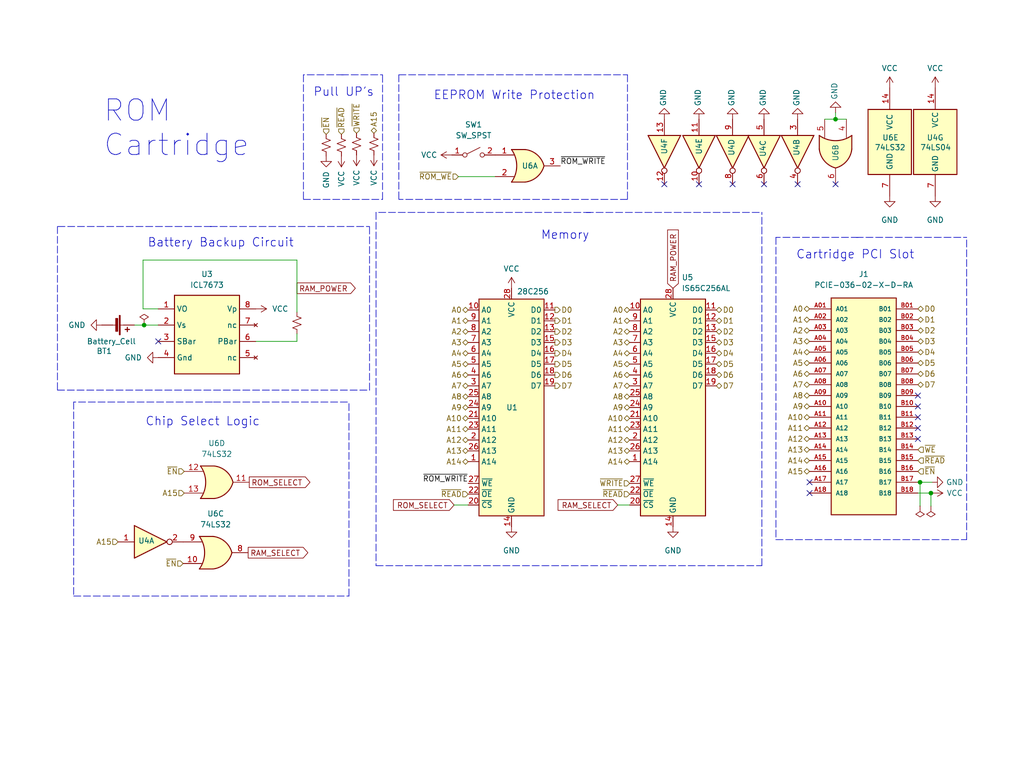
<source format=kicad_sch>
(kicad_sch (version 20211123) (generator eeschema)
  (paper "User" 240.005 180.01)
  (title_block (title "Programable ROM/RAM Cartridge w/ Battery Backup") (date "2022-01-11") (rev "3") (company "theWIckedWebDev/8-bit-dev"))
  (lib_symbols
    (symbol "74xx:74LS04"
      (property "Reference" "U" (at 0 1.27 0))
      (property "Value" "74LS04" (at 0 -1.27 0))
      (symbol "74LS04_1_0"
        (polyline (pts (xy -3.81 3.81) (xy -3.81 -3.81) (xy 3.81 0) (xy -3.81 3.81)) (stroke (width 0.254)) (fill (type background)))
        (pin input line (at -7.62 0 0) (length 3.81) (name "~") (number "1"))
        (pin output inverted (at 7.62 0 180) (length 3.81) (name "~") (number "2"))
      )
      (symbol "74LS04_2_0"
        (polyline (pts (xy -3.81 3.81) (xy -3.81 -3.81) (xy 3.81 0) (xy -3.81 3.81)) (stroke (width 0.254)) (fill (type background)))
        (pin input line (at -7.62 0 0) (length 3.81) (name "~") (number "3"))
        (pin output inverted (at 7.62 0 180) (length 3.81) (name "~") (number "4"))
      )
      (symbol "74LS04_3_0"
        (polyline (pts (xy -3.81 3.81) (xy -3.81 -3.81) (xy 3.81 0) (xy -3.81 3.81)) (stroke (width 0.254)) (fill (type background)))
        (pin input line (at -7.62 0 0) (length 3.81) (name "~") (number "5"))
        (pin output inverted (at 7.62 0 180) (length 3.81) (name "~") (number "6"))
      )
      (symbol "74LS04_4_0"
        (polyline (pts (xy -3.81 3.81) (xy -3.81 -3.81) (xy 3.81 0) (xy -3.81 3.81)) (stroke (width 0.254)) (fill (type background)))
        (pin output inverted (at 7.62 0 180) (length 3.81) (name "~") (number "8"))
        (pin input line (at -7.62 0 0) (length 3.81) (name "~") (number "9"))
      )
      (symbol "74LS04_5_0"
        (polyline (pts (xy -3.81 3.81) (xy -3.81 -3.81) (xy 3.81 0) (xy -3.81 3.81)) (stroke (width 0.254)) (fill (type background)))
        (pin output inverted (at 7.62 0 180) (length 3.81) (name "~") (number "10"))
        (pin input line (at -7.62 0 0) (length 3.81) (name "~") (number "11"))
      )
      (symbol "74LS04_6_0"
        (polyline (pts (xy -3.81 3.81) (xy -3.81 -3.81) (xy 3.81 0) (xy -3.81 3.81)) (stroke (width 0.254)) (fill (type background)))
        (pin output inverted (at 7.62 0 180) (length 3.81) (name "~") (number "12"))
        (pin input line (at -7.62 0 0) (length 3.81) (name "~") (number "13"))
      )
      (symbol "74LS04_7_0"
        (pin power_in line (at 0 12.7 270) (length 5.08) (name "VCC") (number "14"))
        (pin power_in line (at 0 -12.7 90) (length 5.08) (name "GND") (number "7"))
      )
      (symbol "74LS04_7_1"
        (rectangle (start -5.08 7.62) (end 5.08 -7.62) (stroke (width 0.254)) (fill (type background)))
      )
    )
    (symbol "74xx:74LS32" (pin_names (offset 1.016))
      (property "Reference" "U" (at 0 1.27 0))
      (property "Value" "74LS32" (at 0 -1.27 0))
      (symbol "74LS32_1_1"
        (arc (start -3.81 -3.81) (mid -2.589 0) (end -3.81 3.81) (stroke (width 0.254)))
        (arc (start -0.6096 -3.81) (mid 2.1855 -2.584) (end 3.81 0) (stroke (width 0.254)) (fill (type background)))
        (polyline (pts (xy -3.81 -3.81) (xy -0.635 -3.81)) (stroke (width 0.254)) (fill (type background)))
        (polyline (pts (xy -3.81 3.81) (xy -0.635 3.81)) (stroke (width 0.254)) (fill (type background)))
        (polyline (pts (xy -0.635 3.81) (xy -3.81 3.81) (xy -3.81 3.81) (xy -3.556 3.4036) (xy -3.0226 2.2606) (xy -2.6924 1.0414) (xy -2.6162 -0.254) (xy -2.7686 -1.4986) (xy -3.175 -2.7178) (xy -3.81 -3.81) (xy -3.81 -3.81) (xy -0.635 -3.81)) (stroke (width -25.4)) (fill (type background)))
        (arc (start 3.81 0) (mid 2.1928 2.5925) (end -0.6096 3.81) (stroke (width 0.254)) (fill (type background)))
        (pin input line (at -7.62 2.54 0) (length 4.318) (name "~") (number "1"))
        (pin input line (at -7.62 -2.54 0) (length 4.318) (name "~") (number "2"))
        (pin output line (at 7.62 0 180) (length 3.81) (name "~") (number "3"))
      )
      (symbol "74LS32_1_2"
        (arc (start 0 -3.81) (mid 3.81 0) (end 0 3.81) (stroke (width 0.254)) (fill (type background)))
        (polyline (pts (xy 0 3.81) (xy -3.81 3.81) (xy -3.81 -3.81) (xy 0 -3.81)) (stroke (width 0.254)) (fill (type background)))
        (pin input inverted (at -7.62 2.54 0) (length 3.81) (name "~") (number "1"))
        (pin input inverted (at -7.62 -2.54 0) (length 3.81) (name "~") (number "2"))
        (pin output inverted (at 7.62 0 180) (length 3.81) (name "~") (number "3"))
      )
      (symbol "74LS32_2_1"
        (arc (start -3.81 -3.81) (mid -2.589 0) (end -3.81 3.81) (stroke (width 0.254)))
        (arc (start -0.6096 -3.81) (mid 2.1855 -2.584) (end 3.81 0) (stroke (width 0.254)) (fill (type background)))
        (polyline (pts (xy -3.81 -3.81) (xy -0.635 -3.81)) (stroke (width 0.254)) (fill (type background)))
        (polyline (pts (xy -3.81 3.81) (xy -0.635 3.81)) (stroke (width 0.254)) (fill (type background)))
        (polyline (pts (xy -0.635 3.81) (xy -3.81 3.81) (xy -3.81 3.81) (xy -3.556 3.4036) (xy -3.0226 2.2606) (xy -2.6924 1.0414) (xy -2.6162 -0.254) (xy -2.7686 -1.4986) (xy -3.175 -2.7178) (xy -3.81 -3.81) (xy -3.81 -3.81) (xy -0.635 -3.81)) (stroke (width -25.4)) (fill (type background)))
        (arc (start 3.81 0) (mid 2.1928 2.5925) (end -0.6096 3.81) (stroke (width 0.254)) (fill (type background)))
        (pin input line (at -7.62 2.54 0) (length 4.318) (name "~") (number "4"))
        (pin input line (at -7.62 -2.54 0) (length 4.318) (name "~") (number "5"))
        (pin output line (at 7.62 0 180) (length 3.81) (name "~") (number "6"))
      )
      (symbol "74LS32_2_2"
        (arc (start 0 -3.81) (mid 3.81 0) (end 0 3.81) (stroke (width 0.254)) (fill (type background)))
        (polyline (pts (xy 0 3.81) (xy -3.81 3.81) (xy -3.81 -3.81) (xy 0 -3.81)) (stroke (width 0.254)) (fill (type background)))
        (pin input inverted (at -7.62 2.54 0) (length 3.81) (name "~") (number "4"))
        (pin input inverted (at -7.62 -2.54 0) (length 3.81) (name "~") (number "5"))
        (pin output inverted (at 7.62 0 180) (length 3.81) (name "~") (number "6"))
      )
      (symbol "74LS32_3_1"
        (arc (start -3.81 -3.81) (mid -2.589 0) (end -3.81 3.81) (stroke (width 0.254)))
        (arc (start -0.6096 -3.81) (mid 2.1855 -2.584) (end 3.81 0) (stroke (width 0.254)) (fill (type background)))
        (polyline (pts (xy -3.81 -3.81) (xy -0.635 -3.81)) (stroke (width 0.254)) (fill (type background)))
        (polyline (pts (xy -3.81 3.81) (xy -0.635 3.81)) (stroke (width 0.254)) (fill (type background)))
        (polyline (pts (xy -0.635 3.81) (xy -3.81 3.81) (xy -3.81 3.81) (xy -3.556 3.4036) (xy -3.0226 2.2606) (xy -2.6924 1.0414) (xy -2.6162 -0.254) (xy -2.7686 -1.4986) (xy -3.175 -2.7178) (xy -3.81 -3.81) (xy -3.81 -3.81) (xy -0.635 -3.81)) (stroke (width -25.4)) (fill (type background)))
        (arc (start 3.81 0) (mid 2.1928 2.5925) (end -0.6096 3.81) (stroke (width 0.254)) (fill (type background)))
        (pin input line (at -7.62 -2.54 0) (length 4.318) (name "~") (number "10"))
        (pin output line (at 7.62 0 180) (length 3.81) (name "~") (number "8"))
        (pin input line (at -7.62 2.54 0) (length 4.318) (name "~") (number "9"))
      )
      (symbol "74LS32_3_2"
        (arc (start 0 -3.81) (mid 3.81 0) (end 0 3.81) (stroke (width 0.254)) (fill (type background)))
        (polyline (pts (xy 0 3.81) (xy -3.81 3.81) (xy -3.81 -3.81) (xy 0 -3.81)) (stroke (width 0.254)) (fill (type background)))
        (pin input inverted (at -7.62 -2.54 0) (length 3.81) (name "~") (number "10"))
        (pin output inverted (at 7.62 0 180) (length 3.81) (name "~") (number "8"))
        (pin input inverted (at -7.62 2.54 0) (length 3.81) (name "~") (number "9"))
      )
      (symbol "74LS32_4_1"
        (arc (start -3.81 -3.81) (mid -2.589 0) (end -3.81 3.81) (stroke (width 0.254)))
        (arc (start -0.6096 -3.81) (mid 2.1855 -2.584) (end 3.81 0) (stroke (width 0.254)) (fill (type background)))
        (polyline (pts (xy -3.81 -3.81) (xy -0.635 -3.81)) (stroke (width 0.254)) (fill (type background)))
        (polyline (pts (xy -3.81 3.81) (xy -0.635 3.81)) (stroke (width 0.254)) (fill (type background)))
        (polyline (pts (xy -0.635 3.81) (xy -3.81 3.81) (xy -3.81 3.81) (xy -3.556 3.4036) (xy -3.0226 2.2606) (xy -2.6924 1.0414) (xy -2.6162 -0.254) (xy -2.7686 -1.4986) (xy -3.175 -2.7178) (xy -3.81 -3.81) (xy -3.81 -3.81) (xy -0.635 -3.81)) (stroke (width -25.4)) (fill (type background)))
        (arc (start 3.81 0) (mid 2.1928 2.5925) (end -0.6096 3.81) (stroke (width 0.254)) (fill (type background)))
        (pin output line (at 7.62 0 180) (length 3.81) (name "~") (number "11"))
        (pin input line (at -7.62 2.54 0) (length 4.318) (name "~") (number "12"))
        (pin input line (at -7.62 -2.54 0) (length 4.318) (name "~") (number "13"))
      )
      (symbol "74LS32_4_2"
        (arc (start 0 -3.81) (mid 3.81 0) (end 0 3.81) (stroke (width 0.254)) (fill (type background)))
        (polyline (pts (xy 0 3.81) (xy -3.81 3.81) (xy -3.81 -3.81) (xy 0 -3.81)) (stroke (width 0.254)) (fill (type background)))
        (pin output inverted (at 7.62 0 180) (length 3.81) (name "~") (number "11"))
        (pin input inverted (at -7.62 2.54 0) (length 3.81) (name "~") (number "12"))
        (pin input inverted (at -7.62 -2.54 0) (length 3.81) (name "~") (number "13"))
      )
      (symbol "74LS32_5_0"
        (pin power_in line (at 0 12.7 270) (length 5.08) (name "VCC") (number "14"))
        (pin power_in line (at 0 -12.7 90) (length 5.08) (name "GND") (number "7"))
      )
      (symbol "74LS32_5_1"
        (rectangle (start -5.08 7.62) (end 5.08 -7.62) (stroke (width 0.254)) (fill (type background)))
      )
    )
    (symbol "Device:Battery_Cell" (pin_numbers hide) (pin_names (offset 0) hide)
      (property "Reference" "BT" (at 2.54 2.54 0))
      (property "Value" "Battery_Cell" (at 2.54 0 0))
      (symbol "Battery_Cell_0_1"
        (rectangle (start -2.286 1.778) (end 2.286 1.524) (fill (type outline)))
        (rectangle (start -1.5748 1.1938) (end 1.4732 0.6858) (fill (type outline)))
        (polyline (pts (xy 0 0.762) (xy 0 0)))
        (polyline (pts (xy 0 1.778) (xy 0 2.54)))
        (polyline (pts (xy 0.508 3.429) (xy 1.524 3.429)) (stroke (width 0.254)))
        (polyline (pts (xy 1.016 3.937) (xy 1.016 2.921)) (stroke (width 0.254)))
      )
      (symbol "Battery_Cell_1_1"
        (pin passive line (at 0 5.08 270) (length 2.54) (name "+") (number "1"))
        (pin passive line (at 0 -2.54 90) (length 2.54) (name "-") (number "2"))
      )
    )
    (symbol "Device:R_Small_US" (pin_numbers hide) (pin_names (offset 0.254) hide)
      (property "Reference" "R" (at 0.762 0.508 0))
      (property "Value" "R_Small_US" (at 0.762 -1.016 0))
      (symbol "R_Small_US_1_1"
        (polyline (pts (xy 0 0) (xy 1.016 -0.381) (xy 0 -0.762) (xy -1.016 -1.143) (xy 0 -1.524)))
        (polyline (pts (xy 0 1.524) (xy 1.016 1.143) (xy 0 0.762) (xy -1.016 0.381) (xy 0 0)))
        (pin passive line (at 0 2.54 270) (length 1.016) (name "~") (number "1"))
        (pin passive line (at 0 -2.54 90) (length 1.016) (name "~") (number "2"))
      )
    )
    (symbol "Memory_EEPROM:28C256"
      (property "Reference" "U" (at -7.62 26.67 0))
      (property "Value" "28C256" (at 2.54 -26.67 0))
      (symbol "28C256_1_1"
        (rectangle (start -7.62 25.4) (end 7.62 -25.4) (stroke (width 0.254)) (fill (type background)))
        (pin input line (at -10.16 -12.7 0) (length 2.54) (name "A14") (number "1"))
        (pin input line (at -10.16 22.86 0) (length 2.54) (name "A0") (number "10"))
        (pin tri_state line (at 10.16 22.86 180) (length 2.54) (name "D0") (number "11"))
        (pin tri_state line (at 10.16 20.32 180) (length 2.54) (name "D1") (number "12"))
        (pin tri_state line (at 10.16 17.78 180) (length 2.54) (name "D2") (number "13"))
        (pin power_in line (at 0 -27.94 90) (length 2.54) (name "GND") (number "14"))
        (pin tri_state line (at 10.16 15.24 180) (length 2.54) (name "D3") (number "15"))
        (pin tri_state line (at 10.16 12.7 180) (length 2.54) (name "D4") (number "16"))
        (pin tri_state line (at 10.16 10.16 180) (length 2.54) (name "D5") (number "17"))
        (pin tri_state line (at 10.16 7.62 180) (length 2.54) (name "D6") (number "18"))
        (pin tri_state line (at 10.16 5.08 180) (length 2.54) (name "D7") (number "19"))
        (pin input line (at -10.16 -7.62 0) (length 2.54) (name "A12") (number "2"))
        (pin input line (at -10.16 -22.86 0) (length 2.54) (name "~{CS}") (number "20"))
        (pin input line (at -10.16 -2.54 0) (length 2.54) (name "A10") (number "21"))
        (pin input line (at -10.16 -20.32 0) (length 2.54) (name "~{OE}") (number "22"))
        (pin input line (at -10.16 -5.08 0) (length 2.54) (name "A11") (number "23"))
        (pin input line (at -10.16 0 0) (length 2.54) (name "A9") (number "24"))
        (pin input line (at -10.16 2.54 0) (length 2.54) (name "A8") (number "25"))
        (pin input line (at -10.16 -10.16 0) (length 2.54) (name "A13") (number "26"))
        (pin input line (at -10.16 -17.78 0) (length 2.54) (name "~{WE}") (number "27"))
        (pin power_in line (at 0 27.94 270) (length 2.54) (name "VCC") (number "28"))
        (pin input line (at -10.16 5.08 0) (length 2.54) (name "A7") (number "3"))
        (pin input line (at -10.16 7.62 0) (length 2.54) (name "A6") (number "4"))
        (pin input line (at -10.16 10.16 0) (length 2.54) (name "A5") (number "5"))
        (pin input line (at -10.16 12.7 0) (length 2.54) (name "A4") (number "6"))
        (pin input line (at -10.16 15.24 0) (length 2.54) (name "A3") (number "7"))
        (pin input line (at -10.16 17.78 0) (length 2.54) (name "A2") (number "8"))
        (pin input line (at -10.16 20.32 0) (length 2.54) (name "A1") (number "9"))
      )
    )
    (symbol "Stephen:ICL7673"
      (property "Reference" "U" (at -1.27 17.78 0))
      (property "Value" "ICL7673" (at -1.27 15.24 0))
      (symbol "ICL7673_0_1"
        (rectangle (start -8.89 13.335) (end 6.35 -5.08) (stroke (width 0.254)) (fill (type background)))
      )
      (symbol "ICL7673_1_1"
        (pin power_out line (at -12.7 10.16 0) (length 3.81) (name "VO") (number "1"))
        (pin power_in line (at -12.7 6.35 0) (length 3.81) (name "Vs") (number "2"))
        (pin open_emitter line (at -12.7 2.54 0) (length 3.81) (name "SBar") (number "3"))
        (pin power_in line (at -12.7 -1.27 0) (length 3.81) (name "Gnd") (number "4"))
        (pin no_connect line (at 10.16 -1.27 180) (length 3.81) (name "nc") (number "5"))
        (pin open_emitter line (at 10.16 2.54 180) (length 3.81) (name "PBar") (number "6"))
        (pin no_connect line (at 10.16 6.35 180) (length 3.81) (name "nc") (number "7"))
        (pin power_in line (at 10.16 10.16 180) (length 3.81) (name "Vp") (number "8"))
      )
    )
    (symbol "Stephen:IS65C256AL"
      (property "Reference" "U" (at -3.81 41.91 0))
      (property "Value" "IS65C256AL" (at -3.81 41.91 0))
      (symbol "IS65C256AL_1_1"
        (rectangle (start -8.89 25.4) (end 6.35 -25.4) (stroke (width 0.254)) (fill (type background)))
        (pin input line (at -11.43 -12.7 0) (length 2.54) (name "A14") (number "1"))
        (pin input line (at -11.43 22.86 0) (length 2.54) (name "A0") (number "10"))
        (pin tri_state line (at 8.89 22.86 180) (length 2.54) (name "D0") (number "11"))
        (pin tri_state line (at 8.89 20.32 180) (length 2.54) (name "D1") (number "12"))
        (pin tri_state line (at 8.89 17.78 180) (length 2.54) (name "D2") (number "13"))
        (pin power_in line (at -1.27 -27.94 90) (length 2.54) (name "GND") (number "14"))
        (pin tri_state line (at 8.89 15.24 180) (length 2.54) (name "D3") (number "15"))
        (pin tri_state line (at 8.89 12.7 180) (length 2.54) (name "D4") (number "16"))
        (pin tri_state line (at 8.89 10.16 180) (length 2.54) (name "D5") (number "17"))
        (pin tri_state line (at 8.89 7.62 180) (length 2.54) (name "D6") (number "18"))
        (pin tri_state line (at 8.89 5.08 180) (length 2.54) (name "D7") (number "19"))
        (pin input line (at -11.43 -7.62 0) (length 2.54) (name "A12") (number "2"))
        (pin input line (at -11.43 -22.86 0) (length 2.54) (name "~{CS}") (number "20"))
        (pin input line (at -11.43 -2.54 0) (length 2.54) (name "A10") (number "21"))
        (pin input line (at -11.43 -20.32 0) (length 2.54) (name "~{OE}") (number "22"))
        (pin input line (at -11.43 -5.08 0) (length 2.54) (name "A11") (number "23"))
        (pin input line (at -11.43 0 0) (length 2.54) (name "A9") (number "24"))
        (pin input line (at -11.43 2.54 0) (length 2.54) (name "A8") (number "25"))
        (pin input line (at -11.43 -10.16 0) (length 2.54) (name "A13") (number "26"))
        (pin input line (at -11.43 -17.78 0) (length 2.54) (name "~{WE}") (number "27"))
        (pin power_in line (at -1.27 27.94 270) (length 2.54) (name "VCC") (number "28"))
        (pin input line (at -11.43 5.08 0) (length 2.54) (name "A7") (number "3"))
        (pin input line (at -11.43 7.62 0) (length 2.54) (name "A6") (number "4"))
        (pin input line (at -11.43 10.16 0) (length 2.54) (name "A5") (number "5"))
        (pin input line (at -11.43 12.7 0) (length 2.54) (name "A4") (number "6"))
        (pin input line (at -11.43 15.24 0) (length 2.54) (name "A3") (number "7"))
        (pin input line (at -11.43 17.78 0) (length 2.54) (name "A2") (number "8"))
        (pin input line (at -11.43 20.32 0) (length 2.54) (name "A1") (number "9"))
      )
    )
    (symbol "Stephen:PCIE-036-02-X-D-RA" (pin_names (offset 1.016))
      (property "Reference" "J" (at -7.62 26.162 0))
      (property "Value" "PCIE-036-02-X-D-RA" (at -7.62 -27.94 0))
      (symbol "PCIE-036-02-X-D-RA_0_0"
        (rectangle (start -7.62 -25.4) (end 7.62 25.4) (stroke (width 0.254)) (fill (type background)))
        (pin passive line (at -12.7 22.86 0) (length 5.08) (name "A01") (number "A01"))
        (pin passive line (at -12.7 20.32 0) (length 5.08) (name "A02") (number "A02"))
        (pin passive line (at -12.7 17.78 0) (length 5.08) (name "A03") (number "A03"))
        (pin passive line (at -12.7 15.24 0) (length 5.08) (name "A04") (number "A04"))
        (pin passive line (at -12.7 12.7 0) (length 5.08) (name "A05") (number "A05"))
        (pin passive line (at -12.7 10.16 0) (length 5.08) (name "A06") (number "A06"))
        (pin passive line (at -12.7 7.62 0) (length 5.08) (name "A07") (number "A07"))
        (pin passive line (at -12.7 5.08 0) (length 5.08) (name "A08") (number "A08"))
        (pin passive line (at -12.7 2.54 0) (length 5.08) (name "A09") (number "A09"))
        (pin passive line (at -12.7 0 0) (length 5.08) (name "A10") (number "A10"))
        (pin passive line (at -12.7 -2.54 0) (length 5.08) (name "A11") (number "A11"))
        (pin passive line (at -12.7 -5.08 0) (length 5.08) (name "A12") (number "A12"))
        (pin passive line (at -12.7 -7.62 0) (length 5.08) (name "A13") (number "A13"))
        (pin passive line (at -12.7 -10.16 0) (length 5.08) (name "A14") (number "A14"))
        (pin passive line (at -12.7 -12.7 0) (length 5.08) (name "A15") (number "A15"))
        (pin passive line (at -12.7 -15.24 0) (length 5.08) (name "A16") (number "A16"))
        (pin passive line (at -12.7 -17.78 0) (length 5.08) (name "A17") (number "A17"))
        (pin passive line (at -12.7 -20.32 0) (length 5.08) (name "A18") (number "A18"))
        (pin passive line (at 12.7 22.86 180) (length 5.08) (name "B01") (number "B01"))
        (pin passive line (at 12.7 20.32 180) (length 5.08) (name "B02") (number "B02"))
        (pin passive line (at 12.7 17.78 180) (length 5.08) (name "B03") (number "B03"))
        (pin passive line (at 12.7 15.24 180) (length 5.08) (name "B04") (number "B04"))
        (pin passive line (at 12.7 12.7 180) (length 5.08) (name "B05") (number "B05"))
        (pin passive line (at 12.7 10.16 180) (length 5.08) (name "B06") (number "B06"))
        (pin passive line (at 12.7 7.62 180) (length 5.08) (name "B07") (number "B07"))
        (pin passive line (at 12.7 5.08 180) (length 5.08) (name "B08") (number "B08"))
        (pin passive line (at 12.7 2.54 180) (length 5.08) (name "B09") (number "B09"))
        (pin passive line (at 12.7 0 180) (length 5.08) (name "B10") (number "B10"))
        (pin passive line (at 12.7 -2.54 180) (length 5.08) (name "B11") (number "B11"))
        (pin passive line (at 12.7 -5.08 180) (length 5.08) (name "B12") (number "B12"))
        (pin passive line (at 12.7 -7.62 180) (length 5.08) (name "B13") (number "B13"))
        (pin passive line (at 12.7 -10.16 180) (length 5.08) (name "B14") (number "B14"))
        (pin passive line (at 12.7 -12.7 180) (length 5.08) (name "B15") (number "B15"))
        (pin passive line (at 12.7 -15.24 180) (length 5.08) (name "B16") (number "B16"))
        (pin passive line (at 12.7 -17.78 180) (length 5.08) (name "B17") (number "B17"))
        (pin passive line (at 12.7 -20.32 180) (length 5.08) (name "B18") (number "B18"))
      )
    )
    (symbol "Switch:SW_SPST" (pin_names (offset 0) hide)
      (property "Reference" "SW" (at 0 3.175 0))
      (property "Value" "SW_SPST" (at 0 -2.54 0))
      (symbol "SW_SPST_0_0"
        (circle (center -2.032 0) (radius 0.508))
        (polyline (pts (xy -1.524 0.254) (xy 1.524 1.778)))
        (circle (center 2.032 0) (radius 0.508))
      )
      (symbol "SW_SPST_1_1"
        (pin passive line (at -5.08 0 0) (length 2.54) (name "A") (number "1"))
        (pin passive line (at 5.08 0 180) (length 2.54) (name "B") (number "2"))
      )
    )
    (symbol "power:GND" (power) (pin_names (offset 0))
      (property "Value" "GND" (at 0 -3.81 0))
      (symbol "GND_0_1"
        (polyline (pts (xy 0 0) (xy 0 -1.27) (xy 1.27 -1.27) (xy 0 -2.54) (xy -1.27 -1.27) (xy 0 -1.27)))
      )
      (symbol "GND_1_1"
        (pin power_in line (at 0 0 270) (length 0) hide (name "GND") (number "1"))
      )
    )
    (symbol "power:PWR_FLAG" (power) (pin_numbers hide) (pin_names (offset 0) hide)
      (property "Value" "PWR_FLAG" (at 0 3.81 0))
      (symbol "PWR_FLAG_0_0"
        (pin power_out line (at 0 0 90) (length 0) (name "pwr") (number "1"))
      )
      (symbol "PWR_FLAG_0_1"
        (polyline (pts (xy 0 0) (xy 0 1.27) (xy -1.016 1.905) (xy 0 2.54) (xy 1.016 1.905) (xy 0 1.27)))
      )
    )
    (symbol "power:VCC" (power) (pin_names (offset 0))
      (property "Value" "VCC" (at 0 3.81 0))
      (symbol "VCC_0_1"
        (polyline (pts (xy -0.762 1.27) (xy 0 2.54)))
        (polyline (pts (xy 0 0) (xy 0 2.54)))
        (polyline (pts (xy 0 2.54) (xy 0.762 1.27)))
      )
      (symbol "VCC_1_1"
        (pin power_in line (at 0 0 90) (length 0) hide (name "VCC") (number "1"))
      )
    )
  )
  (junction (at 218.186 115.57))
  (junction (at 33.782 76.2))
  (junction (at 215.646 113.03))
  (junction (at 195.834 27.94))
  (no_connect (at 189.738 113.03))
  (no_connect (at 215.138 95.25))
  (no_connect (at 215.138 97.79))
  (no_connect (at 215.138 100.33))
  (no_connect (at 215.138 102.87))
  (no_connect (at 155.702 43.18))
  (no_connect (at 163.83 43.18))
  (no_connect (at 171.704 43.18))
  (no_connect (at 186.944 43.18))
  (no_connect (at 179.07 43.18))
  (no_connect (at 195.834 43.18))
  (no_connect (at 37.084 80.01))
  (no_connect (at 189.738 115.57))
  (no_connect (at 215.138 92.71))
  (polyline (pts (xy 86.614 91.44) (xy 86.614 53.086)))
  (wire (pts (xy 218.186 115.57) (xy 215.138 115.57)))
  (polyline (pts (xy 147.066 46.736) (xy 93.472 46.736)))
  (polyline (pts (xy 13.462 53.086) (xy 13.462 91.44)))
  (polyline (pts (xy 181.864 126.492) (xy 226.568 126.492)))
  (wire (pts (xy 218.186 115.57) (xy 218.186 118.618)))
  (polyline (pts (xy 49.53 53.086) (xy 13.462 53.086)))
  (wire (pts (xy 106.426 118.364) (xy 109.728 118.364)))
  (wire (pts (xy 31.496 76.2) (xy 33.782 76.2)))
  (polyline (pts (xy 17.272 94.234) (xy 17.272 139.7)))
  (polyline (pts (xy 50.038 94.234) (xy 81.788 94.234)))
  (polyline (pts (xy 81.788 139.7) (xy 81.788 94.234)))
  (polyline (pts (xy 93.472 17.526) (xy 93.472 46.736)))
  (polyline (pts (xy 88.138 49.784) (xy 88.138 132.588)))
  (polyline (pts (xy 93.472 17.526) (xy 147.066 17.526)))
  (polyline (pts (xy 13.462 91.44) (xy 86.614 91.44)))
  (polyline (pts (xy 71.12 46.736) (xy 89.662 46.736)))
  (wire (pts (xy 195.834 26.416) (xy 195.834 27.94)))
  (polyline (pts (xy 80.01 17.526) (xy 89.662 17.526)))
  (polyline (pts (xy 178.562 132.588) (xy 178.562 49.784)))
  (wire (pts (xy 215.646 113.03) (xy 215.138 113.03)))
  (polyline (pts (xy 147.066 17.526) (xy 147.066 46.736)))
  (polyline (pts (xy 138.43 49.784) (xy 88.138 49.784)))
  (wire (pts (xy 144.78 118.364) (xy 147.574 118.364)))
  (wire (pts (xy 69.596 60.96) (xy 69.596 73.152)))
  (wire (pts (xy 107.442 41.402) (xy 116.078 41.402)))
  (polyline (pts (xy 201.168 55.626) (xy 181.864 55.626)))
  (wire (pts (xy 218.44 115.57) (xy 218.186 115.57)))
  (polyline (pts (xy 49.276 53.086) (xy 86.614 53.086)))
  (polyline (pts (xy 71.12 17.526) (xy 71.12 46.736)))
  (wire (pts (xy 69.596 78.232) (xy 69.596 80.01)))
  (wire (pts (xy 215.646 113.03) (xy 215.646 118.618)))
  (polyline (pts (xy 226.568 126.492) (xy 226.568 55.626)))
  (polyline (pts (xy 200.66 55.626) (xy 226.568 55.626)))
  (wire (pts (xy 33.528 60.96) (xy 69.596 60.96)))
  (polyline (pts (xy 181.864 55.626) (xy 181.864 126.492)))
  (polyline (pts (xy 88.138 132.588) (xy 178.562 132.588)))
  (wire (pts (xy 195.834 27.94) (xy 193.294 27.94)))
  (polyline (pts (xy 17.272 139.7) (xy 81.788 139.7)))
  (wire (pts (xy 33.782 76.2) (xy 37.084 76.2)))
  (wire (pts (xy 218.44 113.03) (xy 215.646 113.03)))
  (polyline (pts (xy 49.784 94.234) (xy 17.272 94.234)))
  (polyline (pts (xy 80.518 17.526) (xy 71.12 17.526)))
  (wire (pts (xy 69.596 80.01) (xy 59.944 80.01)))
  (polyline (pts (xy 137.414 49.784) (xy 178.562 49.784)))
  (wire (pts (xy 37.084 72.39) (xy 33.528 72.39)))
  (wire (pts (xy 198.374 27.94) (xy 195.834 27.94)))
  (polyline (pts (xy 89.662 46.736) (xy 89.662 17.526)))
  (wire (pts (xy 33.528 72.39) (xy 33.528 60.96)))
  (text "ROM\nCartridge" (at 24.13 37.084 0) (effects (font (size 5 5)) (justify left bottom)))
  (text "Chip Select Logic" (at 34.036 100.076 0) (effects (font (size 2 2)) (justify left bottom)))
  (text "EEPROM Write Protection" (at 101.6 23.622 0) (effects (font (size 2 2)) (justify left bottom)))
  (text "Memory" (at 138.176 56.388 180) (effects (font (size 2 2)) (justify right bottom)))
  (text "Pull UP's" (at 73.406 22.86 0) (effects (font (size 2 2)) (justify left bottom)))
  (text "Battery Backup Circuit" (at 34.544 58.166 0) (effects (font (size 2 2)) (justify left bottom)))
  (text "Cartridge PCI Slot" (at 214.376 60.96 180) (effects (font (size 2 2)) (justify right bottom)))
  (label "~{ROM_WRITE}" (at 109.728 113.284 180))
  (label "~{ROM_WRITE}" (at 131.318 38.862 0))
  (global_label "ROM_SELECT" (shape output) (at 58.42 113.03 0) (property "Intersheet References" "${INTERSHEET_REFS}" (effects hide)))
  (global_label "RAM_SELECT" (shape input) (at 144.78 118.364 180) (property "Intersheet References" "${INTERSHEET_REFS}" (effects hide)))
  (global_label "RAM_POWER" (shape input) (at 157.734 67.564 90) (property "Intersheet References" "${INTERSHEET_REFS}" (effects hide)))
  (global_label "RAM_SELECT" (shape output) (at 58.166 129.54 0) (property "Intersheet References" "${INTERSHEET_REFS}" (effects hide)))
  (global_label "ROM_SELECT" (shape input) (at 106.426 118.364 180) (property "Intersheet References" "${INTERSHEET_REFS}" (effects hide)))
  (global_label "RAM_POWER" (shape output) (at 69.596 67.564 0) (property "Intersheet References" "${INTERSHEET_REFS}" (effects hide)))
  (hierarchical_label "~{EN}" (shape input) (at 215.138 110.49 0))
  (hierarchical_label "A2" (shape tri_state) (at 147.574 77.724 180))
  (hierarchical_label "A9" (shape tri_state) (at 109.728 95.504 180))
  (hierarchical_label "A15" (shape input) (at 27.686 127 180))
  (hierarchical_label "A4" (shape tri_state) (at 189.738 82.55 180))
  (hierarchical_label "A10" (shape tri_state) (at 147.574 98.044 180))
  (hierarchical_label "A3" (shape tri_state) (at 189.738 80.01 180))
  (hierarchical_label "A10" (shape tri_state) (at 109.728 98.044 180))
  (hierarchical_label "~{WRITE}" (shape input) (at 147.574 113.284 180))
  (hierarchical_label "~{EN}" (shape input) (at 76.454 31.496 90))
  (hierarchical_label "D6" (shape output) (at 130.048 87.884 0))
  (hierarchical_label "D0" (shape tri_state) (at 215.138 72.39 0))
  (hierarchical_label "~{WRITE}" (shape input) (at 83.566 31.242 90))
  (hierarchical_label "D0" (shape output) (at 130.048 72.644 0))
  (hierarchical_label "D5" (shape tri_state) (at 167.894 85.344 0))
  (hierarchical_label "A7" (shape tri_state) (at 147.574 90.424 180))
  (hierarchical_label "A0" (shape tri_state) (at 147.574 72.644 180))
  (hierarchical_label "A0" (shape tri_state) (at 109.728 72.644 180))
  (hierarchical_label "A9" (shape tri_state) (at 189.738 95.25 180))
  (hierarchical_label "~{READ}" (shape input) (at 109.728 115.824 180))
  (hierarchical_label "D6" (shape tri_state) (at 167.894 87.884 0))
  (hierarchical_label "A4" (shape tri_state) (at 109.728 82.804 180))
  (hierarchical_label "A13" (shape tri_state) (at 189.738 105.41 180))
  (hierarchical_label "D6" (shape tri_state) (at 215.138 87.63 0))
  (hierarchical_label "A4" (shape tri_state) (at 147.574 82.804 180))
  (hierarchical_label "D3" (shape output) (at 130.048 80.264 0))
  (hierarchical_label "A15" (shape tri_state) (at 189.738 110.49 180))
  (hierarchical_label "D0" (shape tri_state) (at 167.894 72.644 0))
  (hierarchical_label "D4" (shape tri_state) (at 215.138 82.55 0))
  (hierarchical_label "A7" (shape tri_state) (at 109.728 90.424 180))
  (hierarchical_label "A10" (shape tri_state) (at 189.738 97.79 180))
  (hierarchical_label "D3" (shape tri_state) (at 167.894 80.264 0))
  (hierarchical_label "D2" (shape output) (at 130.048 77.724 0))
  (hierarchical_label "A12" (shape tri_state) (at 189.738 102.87 180))
  (hierarchical_label "A2" (shape tri_state) (at 189.738 77.47 180))
  (hierarchical_label "A1" (shape tri_state) (at 109.728 75.184 180))
  (hierarchical_label "A9" (shape tri_state) (at 147.574 95.504 180))
  (hierarchical_label "A11" (shape tri_state) (at 189.738 100.33 180))
  (hierarchical_label "A8" (shape tri_state) (at 189.738 92.71 180))
  (hierarchical_label "D5" (shape tri_state) (at 215.138 85.09 0))
  (hierarchical_label "A13" (shape tri_state) (at 109.728 105.664 180))
  (hierarchical_label "~{READ}" (shape input) (at 215.138 107.95 0))
  (hierarchical_label "A11" (shape tri_state) (at 109.728 100.584 180))
  (hierarchical_label "A5" (shape tri_state) (at 189.738 85.09 180))
  (hierarchical_label "A6" (shape tri_state) (at 147.574 87.884 180))
  (hierarchical_label "A5" (shape tri_state) (at 147.574 85.344 180))
  (hierarchical_label "D7" (shape output) (at 130.048 90.424 0))
  (hierarchical_label "A0" (shape tri_state) (at 189.738 72.39 180))
  (hierarchical_label "A15" (shape tri_state) (at 87.63 31.242 90))
  (hierarchical_label "A1" (shape tri_state) (at 189.738 74.93 180))
  (hierarchical_label "A8" (shape tri_state) (at 109.728 92.964 180))
  (hierarchical_label "D1" (shape output) (at 130.048 75.184 0))
  (hierarchical_label "A7" (shape tri_state) (at 189.738 90.17 180))
  (hierarchical_label "A2" (shape tri_state) (at 109.728 77.724 180))
  (hierarchical_label "~{EN}" (shape input) (at 43.18 110.49 180))
  (hierarchical_label "A3" (shape tri_state) (at 147.574 80.264 180))
  (hierarchical_label "~{READ}" (shape input) (at 147.574 115.824 180))
  (hierarchical_label "A8" (shape tri_state) (at 147.574 92.964 180))
  (hierarchical_label "~{READ}" (shape input) (at 80.01 31.496 90))
  (hierarchical_label "D3" (shape tri_state) (at 215.138 80.01 0))
  (hierarchical_label "D7" (shape tri_state) (at 167.894 90.424 0))
  (hierarchical_label "D4" (shape tri_state) (at 167.894 82.804 0))
  (hierarchical_label "D4" (shape output) (at 130.048 82.804 0))
  (hierarchical_label "A14" (shape tri_state) (at 147.574 108.204 180))
  (hierarchical_label "~{WE}" (shape input) (at 215.138 105.41 0))
  (hierarchical_label "D2" (shape tri_state) (at 215.138 77.47 0))
  (hierarchical_label "A15" (shape input) (at 43.18 115.57 180))
  (hierarchical_label "A12" (shape tri_state) (at 109.728 103.124 180))
  (hierarchical_label "A12" (shape tri_state) (at 147.574 103.124 180))
  (hierarchical_label "A5" (shape tri_state) (at 109.728 85.344 180))
  (hierarchical_label "D5" (shape output) (at 130.048 85.344 0))
  (hierarchical_label "A1" (shape tri_state) (at 147.574 75.184 180))
  (hierarchical_label "D2" (shape tri_state) (at 167.894 77.724 0))
  (hierarchical_label "A6" (shape tri_state) (at 189.738 87.63 180))
  (hierarchical_label "A13" (shape tri_state) (at 147.574 105.664 180))
  (hierarchical_label "A3" (shape tri_state) (at 109.728 80.264 180))
  (hierarchical_label "D1" (shape tri_state) (at 215.138 74.93 0))
  (hierarchical_label "D7" (shape tri_state) (at 215.138 90.17 0))
  (hierarchical_label "A6" (shape tri_state) (at 109.728 87.884 180))
  (hierarchical_label "~{ROM_WE}" (shape input) (at 107.442 41.402 180))
  (hierarchical_label "~{EN}" (shape input) (at 42.926 132.08 180))
  (hierarchical_label "A11" (shape tri_state) (at 147.574 100.584 180))
  (hierarchical_label "D1" (shape tri_state) (at 167.894 75.184 0))
  (hierarchical_label "A14" (shape tri_state) (at 109.728 108.204 180))
  (hierarchical_label "A14" (shape tri_state) (at 189.738 107.95 180))
  (symbol (lib_id "74xx:74LS32") (at 123.698 38.862 0) (unit 1)
    (property "Reference" "U6" (at 124.206 38.862 0))
    (property "Value" "74LS32" (effects hide))
    (property "Footprint" "Package_SO:TSSOP-14_4.4x5mm_P0.65mm" (effects hide))
    (property "Datasheet" "http://www.ti.com/lit/gpn/sn74LS32" (effects hide))
  )
  (symbol (lib_id "power:VCC") (at 80.01 36.576 0) (mirror x) (unit 1)
    (property "Reference" "#PWR0101" (effects hide))
    (property "Value" "VCC" (at 80.01 41.91 90))
  )
  (symbol (lib_id "74xx:74LS04") (at 35.306 127 0) (unit 1)
    (property "Reference" "U4" (at 34.29 126.746 0))
    (property "Value" "74LS04" (effects hide))
    (property "Footprint" "Package_SO:TSSOP-14_4.4x5mm_P0.65mm" (effects hide))
    (property "Datasheet" "http://www.ti.com/lit/gpn/sn74LS04" (effects hide))
  )
  (symbol (lib_id "74xx:74LS04") (at 171.704 35.56 270) (unit 4)
    (property "Reference" "U4" (at 171.45 34.544 0))
    (property "Value" "74LS04" (effects hide))
    (property "Footprint" "Package_SO:TSSOP-14_4.4x5mm_P0.65mm" (effects hide))
    (property "Datasheet" "http://www.ti.com/lit/gpn/sn74LS04" (effects hide))
  )
  (symbol (lib_id "power:GND") (at 119.888 123.444 0) (unit 1)
    (property "Reference" "#PWR0103" (effects hide))
    (property "Value" "GND" (at 119.888 129.032 0))
  )
  (symbol (lib_id "power:VCC") (at 219.202 20.574 0) (unit 1)
    (property "Reference" "#PWR0116" (effects hide))
    (property "Value" "VCC" (at 219.202 16.002 0))
  )
  (symbol (lib_id "74xx:74LS32") (at 50.8 113.03 0) (unit 4)
    (property "Reference" "U6" (at 50.8 103.886 0))
    (property "Value" "74LS32" (at 50.8 106.426 0))
    (property "Footprint" "Package_SO:TSSOP-14_4.4x5mm_P0.65mm" (effects hide))
    (property "Datasheet" "http://www.ti.com/lit/gpn/sn74LS32" (effects hide))
  )
  (symbol (lib_id "power:GND") (at 195.834 26.416 180) (unit 1)
    (property "Reference" "#PWR0121" (effects hide))
    (property "Value" "GND" (at 195.58 19.304 90) (effects (justify left)))
  )
  (symbol (lib_id "power:GND") (at 186.944 27.94 180) (unit 1)
    (property "Reference" "#PWR0114" (effects hide))
    (property "Value" "GND" (at 186.69 20.828 90) (effects (justify left)))
  )
  (symbol (lib_id "power:GND") (at 23.876 76.2 270) (unit 1)
    (property "Reference" "#PWR0108" (effects hide))
    (property "Value" "GND" (at 20.066 76.1999 90) (effects (justify right)))
  )
  (symbol (lib_id "Device:R_Small_US") (at 76.454 34.036 0) (unit 1)
    (property "Reference" "R1" (effects hide))
    (property "Value" "R_Small_US" (effects hide))
    (property "Footprint" "Resistor_SMD:R_0805_2012Metric" (effects hide))
  )
  (symbol (lib_id "power:GND") (at 218.44 113.03 90) (unit 1)
    (property "Reference" "#PWR0110" (effects hide))
    (property "Value" "GND" (at 223.774 113.03 90))
  )
  (symbol (lib_id "74xx:74LS04") (at 219.202 33.274 0) (unit 7)
    (property "Reference" "U4" (at 217.17 32.258 0) (effects (justify left)))
    (property "Value" "74LS04" (at 215.646 34.544 0) (effects (justify left)))
    (property "Footprint" "Package_SO:TSSOP-14_4.4x5mm_P0.65mm" (effects hide))
    (property "Datasheet" "http://www.ti.com/lit/gpn/sn74LS04" (effects hide))
  )
  (symbol (lib_id "power:GND") (at 171.704 27.94 180) (unit 1)
    (property "Reference" "#PWR0118" (effects hide))
    (property "Value" "GND" (at 171.45 20.828 90) (effects (justify left)))
  )
  (symbol (lib_id "Stephen:IS65C256AL") (at 159.004 95.504 0) (unit 1)
    (property "Reference" "U5" (at 159.7534 65.024 0) (effects (justify left)))
    (property "Value" "IS65C256AL" (at 159.7534 67.564 0) (effects (justify left)))
    (property "Footprint" "Stephenv6:SOP-28-RAM-ic" (effects hide))
  )
  (symbol (lib_id "power:GND") (at 157.734 123.444 0) (unit 1)
    (property "Reference" "#PWR0112" (effects hide))
    (property "Value" "GND" (at 157.734 129.032 0))
  )
  (symbol (lib_id "Device:Battery_Cell") (at 26.416 76.2 270) (unit 1)
    (property "Reference" "BT1" (at 22.606 82.296 90) (effects (justify left)))
    (property "Value" "Battery_Cell" (at 20.32 80.01 90) (effects (justify left)))
    (property "Footprint" "Battery:BatteryHolder_Keystone_105_1x2430" (effects hide))
  )
  (symbol (lib_id "74xx:74LS04") (at 186.944 35.56 270) (unit 2)
    (property "Reference" "U4" (at 186.69 34.544 0))
    (property "Value" "74LS04" (effects hide))
    (property "Footprint" "Package_SO:TSSOP-14_4.4x5mm_P0.65mm" (effects hide))
    (property "Datasheet" "http://www.ti.com/lit/gpn/sn74LS04" (effects hide))
  )
  (symbol (lib_id "Stephen:ICL7673") (at 49.784 82.55 0) (unit 1)
    (property "Reference" "U3" (at 48.514 64.262 0))
    (property "Value" "ICL7673" (at 48.514 66.802 0))
    (property "Footprint" "Package_DIP:DIP-8_W7.62mm" (effects hide))
  )
  (symbol (lib_id "74xx:74LS32") (at 208.534 33.274 0) (unit 5)
    (property "Reference" "U6" (at 206.756 32.258 0) (effects (justify left)))
    (property "Value" "74LS32" (at 204.978 34.544 0) (effects (justify left)))
    (property "Footprint" "Package_SO:TSSOP-14_4.4x5mm_P0.65mm" (effects hide))
    (property "Datasheet" "http://www.ti.com/lit/gpn/sn74LS32" (effects hide))
  )
  (symbol (lib_id "power:VCC") (at 87.63 36.322 0) (mirror x) (unit 1)
    (property "Reference" "#PWR0106" (effects hide))
    (property "Value" "VCC" (at 87.63 41.656 90))
  )
  (symbol (lib_id "Device:R_Small_US") (at 87.63 33.782 0) (unit 1)
    (property "Reference" "R4" (effects hide))
    (property "Value" "R_Small_US" (effects hide))
    (property "Footprint" "Resistor_SMD:R_0805_2012Metric" (effects hide))
  )
  (symbol (lib_id "74xx:74LS32") (at 50.546 129.54 0) (unit 3)
    (property "Reference" "U6" (at 50.546 120.396 0))
    (property "Value" "74LS32" (at 50.546 122.936 0))
    (property "Footprint" "Package_SO:TSSOP-14_4.4x5mm_P0.65mm" (effects hide))
    (property "Datasheet" "http://www.ti.com/lit/gpn/sn74LS32" (effects hide))
  )
  (symbol (lib_id "power:VCC") (at 83.566 36.322 0) (mirror x) (unit 1)
    (property "Reference" "#PWR0104" (effects hide))
    (property "Value" "VCC" (at 83.566 41.656 90))
  )
  (symbol (lib_id "Stephen:PCIE-036-02-X-D-RA") (at 202.438 95.25 0) (unit 1)
    (property "Reference" "J1" (at 202.438 64.262 0))
    (property "Value" "PCIE-036-02-X-D-RA" (at 202.438 66.802 0))
    (property "Footprint" "Stephenv6:SAMTEC_PCIE-036-02-X-D-RA" (effects hide))
    (property "STANDARD" "Manufacturer Recommendations" (effects hide))
    (property "PARTREV" "D" (effects hide))
    (property "MANUFACTURER" "Samtec Inc" (effects hide))
    (property "MAXIMUM_PACKAGE_HEIGHT" "9.58mm" (effects hide))
  )
  (symbol (lib_id "Switch:SW_SPST") (at 110.998 36.322 0) (unit 1)
    (property "Reference" "SW1" (at 110.998 29.21 0))
    (property "Value" "SW_SPST" (at 110.998 31.75 0))
  )
  (symbol (lib_id "power:GND") (at 37.084 83.82 270) (unit 1)
    (property "Reference" "#PWR0111" (effects hide))
    (property "Value" "GND" (at 33.274 83.8199 90) (effects (justify right)))
  )
  (symbol (lib_id "power:PWR_FLAG") (at 215.646 118.618 180) (unit 1)
    (property "Reference" "#FLG?" (effects hide))
    (property "Value" "PWR_FLAG" (effects hide))
  )
  (symbol (lib_id "74xx:74LS32") (at 195.834 35.56 270) (unit 2)
    (property "Reference" "U6" (at 195.834 35.814 0))
    (property "Value" "74LS32" (effects hide))
    (property "Footprint" "Package_SO:TSSOP-14_4.4x5mm_P0.65mm" (effects hide))
    (property "Datasheet" "http://www.ti.com/lit/gpn/sn74LS32" (effects hide))
  )
  (symbol (lib_id "power:PWR_FLAG") (at 218.186 118.618 180) (unit 1)
    (property "Reference" "#FLG?" (effects hide))
    (property "Value" "PWR_FLAG" (effects hide))
  )
  (symbol (lib_id "Device:R_Small_US") (at 69.596 75.692 0) (unit 1)
    (property "Reference" "R5" (effects hide))
    (property "Value" "R_Small_US" (effects hide))
    (property "Footprint" "Resistor_SMD:R_0805_2012Metric" (effects hide))
  )
  (symbol (lib_id "power:GND") (at 208.534 45.974 0) (unit 1)
    (property "Reference" "#PWR0119" (effects hide))
    (property "Value" "GND" (at 208.534 51.562 0))
  )
  (symbol (lib_id "power:VCC") (at 119.888 67.564 0) (unit 1)
    (property "Reference" "#PWR0105" (effects hide))
    (property "Value" "VCC" (at 119.888 62.992 0))
  )
  (symbol (lib_id "power:GND") (at 76.454 36.576 0) (unit 1)
    (property "Reference" "#PWR0102" (effects hide))
    (property "Value" "GND" (at 76.454 42.164 90))
  )
  (symbol (lib_id "power:GND") (at 179.07 27.94 180) (unit 1)
    (property "Reference" "#PWR0113" (effects hide))
    (property "Value" "GND" (at 178.816 20.828 90) (effects (justify left)))
  )
  (symbol (lib_id "74xx:74LS04") (at 155.702 35.56 270) (unit 6)
    (property "Reference" "U4" (at 155.702 34.29 0))
    (property "Value" "74LS04" (effects hide))
    (property "Footprint" "Package_SO:TSSOP-14_4.4x5mm_P0.65mm" (effects hide))
    (property "Datasheet" "http://www.ti.com/lit/gpn/sn74LS04" (effects hide))
  )
  (symbol (lib_id "Device:R_Small_US") (at 83.566 33.782 0) (unit 1)
    (property "Reference" "R3" (effects hide))
    (property "Value" "R_Small_US" (effects hide))
    (property "Footprint" "Resistor_SMD:R_0805_2012Metric" (effects hide))
  )
  (symbol (lib_id "power:VCC") (at 105.918 36.322 90) (mirror x) (unit 1)
    (property "Reference" "#PWR0115" (effects hide))
    (property "Value" "VCC" (at 100.584 36.322 90))
  )
  (symbol (lib_id "74xx:74LS04") (at 179.07 35.56 270) (unit 3)
    (property "Reference" "U4" (at 178.816 34.798 0))
    (property "Value" "74LS04" (effects hide))
    (property "Footprint" "Package_SO:TSSOP-14_4.4x5mm_P0.65mm" (effects hide))
    (property "Datasheet" "http://www.ti.com/lit/gpn/sn74LS04" (effects hide))
  )
  (symbol (lib_id "74xx:74LS04") (at 163.83 35.56 270) (unit 5)
    (property "Reference" "U4" (at 163.83 34.29 0))
    (property "Value" "74LS04" (effects hide))
    (property "Footprint" "Package_SO:TSSOP-14_4.4x5mm_P0.65mm" (effects hide))
    (property "Datasheet" "http://www.ti.com/lit/gpn/sn74LS04" (effects hide))
  )
  (symbol (lib_id "Memory_EEPROM:28C256") (at 119.888 95.504 0) (unit 1)
    (property "Reference" "U1" (at 118.618 95.504 0) (effects (justify left)))
    (property "Value" "28C256" (at 121.158 68.326 0) (effects (justify left)))
    (property "Footprint" "Package_SO:SOIC-28W_7.5x17.9mm_P1.27mm" (effects hide))
    (property "Datasheet" "http://ww1.microchip.com/downloads/en/DeviceDoc/doc0006.pdf" (effects hide))
  )
  (symbol (lib_id "power:GND") (at 155.702 27.94 180) (unit 1)
    (property "Reference" "#PWR0123" (effects hide))
    (property "Value" "GND" (at 155.448 20.828 90) (effects (justify left)))
  )
  (symbol (lib_id "power:PWR_FLAG") (at 33.782 76.2 0) (unit 1)
    (property "Reference" "#FLG0103" (effects hide))
    (property "Value" "PWR_FLAG" (effects hide))
  )
  (symbol (lib_id "power:VCC") (at 218.44 115.57 270) (unit 1)
    (property "Reference" "#PWR0107" (effects hide))
    (property "Value" "VCC" (at 223.774 115.57 90))
  )
  (symbol (lib_id "Device:R_Small_US") (at 80.01 34.036 0) (unit 1)
    (property "Reference" "R2" (effects hide))
    (property "Value" "R_Small_US" (effects hide))
    (property "Footprint" "Resistor_SMD:R_0805_2012Metric" (effects hide))
  )
  (symbol (lib_id "power:GND") (at 219.202 45.974 0) (unit 1)
    (property "Reference" "#PWR0117" (effects hide))
    (property "Value" "GND" (at 219.202 51.562 0))
  )
  (symbol (lib_id "power:VCC") (at 208.534 20.574 0) (unit 1)
    (property "Reference" "#PWR0120" (effects hide))
    (property "Value" "VCC" (at 208.534 16.002 0))
  )
  (symbol (lib_id "power:VCC") (at 59.944 72.39 270) (unit 1)
    (property "Reference" "#PWR0109" (effects hide))
    (property "Value" "VCC" (at 63.754 72.3899 90) (effects (justify left)))
  )
  (symbol (lib_id "power:GND") (at 163.83 27.94 180) (unit 1)
    (property "Reference" "#PWR0122" (effects hide))
    (property "Value" "GND" (at 163.576 20.828 90) (effects (justify left)))
  )
)
</source>
